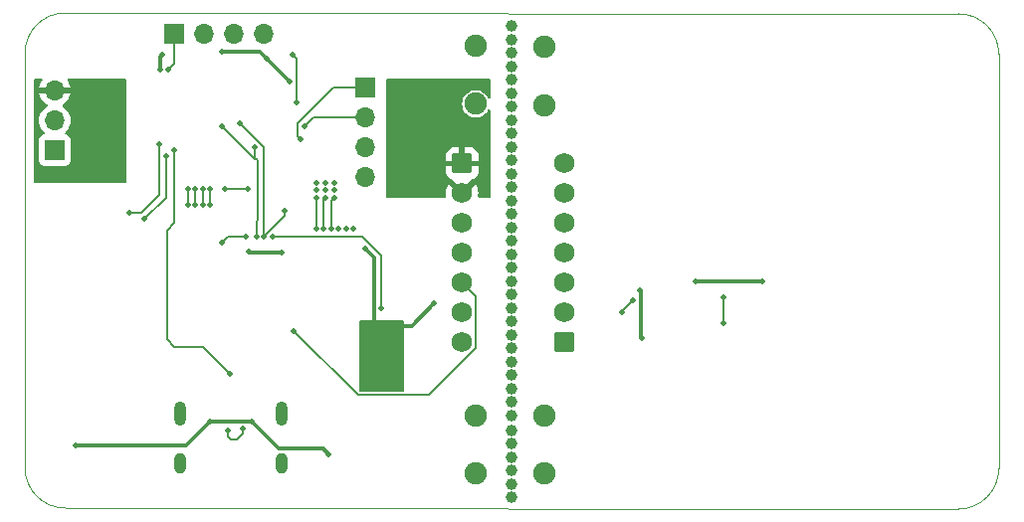
<source format=gbl>
%TF.GenerationSoftware,KiCad,Pcbnew,7.0.2-0*%
%TF.CreationDate,2024-06-08T13:48:43+08:00*%
%TF.ProjectId,angle_detect,616e676c-655f-4646-9574-6563742e6b69,rev?*%
%TF.SameCoordinates,Original*%
%TF.FileFunction,Copper,L2,Bot*%
%TF.FilePolarity,Positive*%
%FSLAX46Y46*%
G04 Gerber Fmt 4.6, Leading zero omitted, Abs format (unit mm)*
G04 Created by KiCad (PCBNEW 7.0.2-0) date 2024-06-08 13:48:43*
%MOMM*%
%LPD*%
G01*
G04 APERTURE LIST*
G04 Aperture macros list*
%AMRoundRect*
0 Rectangle with rounded corners*
0 $1 Rounding radius*
0 $2 $3 $4 $5 $6 $7 $8 $9 X,Y pos of 4 corners*
0 Add a 4 corners polygon primitive as box body*
4,1,4,$2,$3,$4,$5,$6,$7,$8,$9,$2,$3,0*
0 Add four circle primitives for the rounded corners*
1,1,$1+$1,$2,$3*
1,1,$1+$1,$4,$5*
1,1,$1+$1,$6,$7*
1,1,$1+$1,$8,$9*
0 Add four rect primitives between the rounded corners*
20,1,$1+$1,$2,$3,$4,$5,0*
20,1,$1+$1,$4,$5,$6,$7,0*
20,1,$1+$1,$6,$7,$8,$9,0*
20,1,$1+$1,$8,$9,$2,$3,0*%
G04 Aperture macros list end*
%TA.AperFunction,ComponentPad*%
%ADD10RoundRect,0.250000X-0.620000X0.620000X-0.620000X-0.620000X0.620000X-0.620000X0.620000X0.620000X0*%
%TD*%
%TA.AperFunction,ComponentPad*%
%ADD11C,1.740000*%
%TD*%
%TA.AperFunction,ComponentPad*%
%ADD12R,1.700000X1.700000*%
%TD*%
%TA.AperFunction,ComponentPad*%
%ADD13O,1.700000X1.700000*%
%TD*%
%TA.AperFunction,ComponentPad*%
%ADD14O,1.000000X2.100000*%
%TD*%
%TA.AperFunction,ComponentPad*%
%ADD15O,1.000000X1.800000*%
%TD*%
%TA.AperFunction,ComponentPad*%
%ADD16RoundRect,0.250000X0.620000X-0.620000X0.620000X0.620000X-0.620000X0.620000X-0.620000X-0.620000X0*%
%TD*%
%TA.AperFunction,ViaPad*%
%ADD17C,1.900000*%
%TD*%
%TA.AperFunction,ViaPad*%
%ADD18C,1.000000*%
%TD*%
%TA.AperFunction,ViaPad*%
%ADD19C,0.500000*%
%TD*%
%TA.AperFunction,Conductor*%
%ADD20C,0.200000*%
%TD*%
%TA.AperFunction,Conductor*%
%ADD21C,0.300000*%
%TD*%
%TA.AperFunction,Profile*%
%ADD22C,0.100000*%
%TD*%
G04 APERTURE END LIST*
D10*
%TO.P,J2,1,Pin_1*%
%TO.N,+3.3V*%
X86475000Y-141351000D03*
D11*
%TO.P,J2,2,Pin_2*%
X86475000Y-143891000D03*
%TO.P,J2,3,Pin_3*%
%TO.N,GND*%
X86475000Y-146431000D03*
%TO.P,J2,4,Pin_4*%
X86475000Y-148971000D03*
%TO.P,J2,5,Pin_5*%
%TO.N,/MPU_SDA*%
X86475000Y-151511000D03*
%TO.P,J2,6,Pin_6*%
%TO.N,/MPU_SCL*%
X86475000Y-154051000D03*
%TO.P,J2,7,Pin_7*%
%TO.N,/AD1*%
X86475000Y-156591000D03*
%TD*%
D12*
%TO.P,J4,1,Pin_1*%
%TO.N,/OLED_SDA*%
X78232000Y-134874000D03*
D13*
%TO.P,J4,2,Pin_2*%
%TO.N,/OLED_SCL*%
X78232000Y-137414000D03*
%TO.P,J4,3,Pin_3*%
%TO.N,+3.3V*%
X78232000Y-139954000D03*
%TO.P,J4,4,Pin_4*%
%TO.N,GND*%
X78232000Y-142494000D03*
%TD*%
D12*
%TO.P,J6,1,Pin_1*%
%TO.N,+3.3V*%
X51816000Y-140208000D03*
D13*
%TO.P,J6,2,Pin_2*%
%TO.N,/BOOT*%
X51816000Y-137668000D03*
%TO.P,J6,3,Pin_3*%
%TO.N,GND*%
X51816000Y-135128000D03*
%TD*%
D14*
%TO.P,J3,S1,SHIELD*%
%TO.N,GND*%
X62482000Y-162678000D03*
D15*
X62482000Y-166878000D03*
D14*
X71122000Y-162678000D03*
D15*
X71122000Y-166878000D03*
%TD*%
D12*
%TO.P,J5,1,Pin_1*%
%TO.N,GND*%
X61976000Y-130302000D03*
D13*
%TO.P,J5,2,Pin_2*%
%TO.N,+3.3V*%
X64516000Y-130302000D03*
%TO.P,J5,3,Pin_3*%
%TO.N,/SWCLK*%
X67056000Y-130302000D03*
%TO.P,J5,4,Pin_4*%
%TO.N,/SWDIO*%
X69596000Y-130302000D03*
%TD*%
D16*
%TO.P,J1,1,Pin_1*%
%TO.N,/AD1_B*%
X95123000Y-156591000D03*
D11*
%TO.P,J1,2,Pin_2*%
%TO.N,/MPU_SCL_B*%
X95123000Y-154051000D03*
%TO.P,J1,3,Pin_3*%
%TO.N,/MPU_SDA_B*%
X95123000Y-151511000D03*
%TO.P,J1,4,Pin_4*%
%TO.N,/GND_B*%
X95123000Y-148971000D03*
%TO.P,J1,5,Pin_5*%
X95123000Y-146431000D03*
%TO.P,J1,6,Pin_6*%
%TO.N,/3.3V_B*%
X95123000Y-143891000D03*
%TO.P,J1,7,Pin_7*%
X95123000Y-141351000D03*
%TD*%
D17*
%TO.N,*%
X87630000Y-167767000D03*
X93472000Y-167767000D03*
X93472000Y-162814000D03*
X87630000Y-162814000D03*
X93472000Y-136398000D03*
X93472000Y-131445000D03*
X87630000Y-136271000D03*
D18*
X90678000Y-155956000D03*
X90678000Y-137668000D03*
X90678000Y-130810000D03*
X90678000Y-166370000D03*
X90678000Y-167513000D03*
X90678000Y-162814000D03*
X90678000Y-141097000D03*
X90678000Y-150241000D03*
X90678000Y-160528000D03*
X90678000Y-129667000D03*
X90678000Y-134239000D03*
X90678000Y-169799000D03*
X90678000Y-158242000D03*
X90678000Y-152527000D03*
X90678000Y-149098000D03*
X90678000Y-142240000D03*
X90678000Y-147955000D03*
X90678000Y-151384000D03*
X90678000Y-136525000D03*
X90678000Y-133096000D03*
X90678000Y-153670000D03*
X90678000Y-154813000D03*
X90678000Y-138811000D03*
X90678000Y-131953000D03*
X90678000Y-144526000D03*
X90678000Y-135382000D03*
X90678000Y-159385000D03*
X90678000Y-157099000D03*
X90678000Y-168656000D03*
X90678000Y-161671000D03*
X90678000Y-143383000D03*
X90678000Y-139954000D03*
X90678000Y-164084000D03*
X90678000Y-145669000D03*
X90678000Y-165227000D03*
X90678000Y-146812000D03*
D19*
%TO.N,GND*%
X74041000Y-146939000D03*
X74803000Y-144272000D03*
X72390000Y-136144000D03*
X64389000Y-143510000D03*
X63754000Y-143510000D03*
X55753000Y-135001000D03*
X56388000Y-135001000D03*
X74676000Y-146939000D03*
X54483000Y-134366000D03*
X74041000Y-143637000D03*
X55118000Y-141859000D03*
X53848000Y-136906000D03*
X68072000Y-147574000D03*
X53848000Y-136271000D03*
X75565000Y-143637000D03*
X63754000Y-144907000D03*
X75946000Y-146939000D03*
X53848000Y-135636000D03*
X56141556Y-135882444D03*
X57023000Y-134366000D03*
X55118000Y-142494000D03*
X66040000Y-148082000D03*
X56388000Y-134366000D03*
X53848000Y-142494000D03*
D17*
%TO.N,*%
X87630000Y-131318000D03*
D19*
%TO.N,GND*%
X55618444Y-136913556D03*
X53848000Y-141859000D03*
X54483000Y-141224000D03*
X65024000Y-144907000D03*
X53848000Y-134366000D03*
X53848000Y-140589000D03*
X54483000Y-135636000D03*
X61468000Y-133350000D03*
X64389000Y-144907000D03*
X55118000Y-135001000D03*
X54483000Y-135001000D03*
X74041000Y-144272000D03*
X74803000Y-143002000D03*
X75565000Y-143002000D03*
X72085200Y-132081100D03*
X53848000Y-141224000D03*
X54483000Y-141859000D03*
X76581000Y-146939000D03*
X57023000Y-135001000D03*
X53848000Y-135001000D03*
X65024000Y-143510000D03*
X74041000Y-143002000D03*
X75565000Y-144272000D03*
X55118000Y-135636000D03*
X55753000Y-142494000D03*
X77216000Y-146939000D03*
X63119000Y-143510000D03*
X75311000Y-146939000D03*
X74803000Y-143637000D03*
X63119000Y-144907000D03*
X55118000Y-134366000D03*
X54483000Y-142494000D03*
X55753000Y-134366000D03*
%TO.N,+5V*%
X68580000Y-163322000D03*
X65024000Y-163322000D03*
X75131000Y-166116000D03*
X53594000Y-165354000D03*
%TO.N,+3.3V*%
X79883000Y-156718000D03*
X78994000Y-155956000D03*
X81534000Y-138430000D03*
X80772000Y-159766000D03*
X80772000Y-158242000D03*
X81534000Y-135382000D03*
X78994000Y-156718000D03*
X80772000Y-159004000D03*
X78994000Y-155194000D03*
X78105000Y-156718000D03*
X81534000Y-143002000D03*
X80772000Y-143764000D03*
X78232000Y-148590000D03*
X78994000Y-159004000D03*
X79883000Y-160528000D03*
X80772000Y-140716000D03*
X80772000Y-155194000D03*
X80772000Y-156718000D03*
X81534000Y-136906000D03*
X80772000Y-134620000D03*
X69850000Y-132461000D03*
X81534000Y-139192000D03*
X60960000Y-132038500D03*
X80772000Y-136144000D03*
X80772000Y-160528000D03*
X79883000Y-155956000D03*
X78105000Y-160528000D03*
X81534000Y-143764000D03*
X80772000Y-157480000D03*
X81534000Y-134620000D03*
X78105000Y-158242000D03*
X81534000Y-137668000D03*
X80772000Y-135382000D03*
X81534000Y-140716000D03*
X80772000Y-141478000D03*
X80772000Y-139192000D03*
X80772000Y-136906000D03*
X81534000Y-139954000D03*
X80772000Y-137668000D03*
X78105000Y-159766000D03*
X78994000Y-157480000D03*
X81534000Y-136144000D03*
X79883000Y-155194000D03*
X79883000Y-159766000D03*
X78994000Y-159766000D03*
X71120000Y-148971000D03*
X80772000Y-139954000D03*
X60768497Y-133350000D03*
X80772000Y-142240000D03*
X79883000Y-158242000D03*
X81534000Y-141478000D03*
X78994000Y-158242000D03*
X78105000Y-155194000D03*
X80772000Y-143002000D03*
X71755000Y-134366000D03*
X68326000Y-148844000D03*
X78105000Y-159004000D03*
X79883000Y-157480000D03*
X80772000Y-155956000D03*
X79883000Y-159004000D03*
X66040000Y-131826000D03*
X78105000Y-157480000D03*
X81534000Y-142240000D03*
X78105000Y-155956000D03*
X80772000Y-138430000D03*
X84074000Y-153289000D03*
X78994000Y-160528000D03*
%TO.N,NRST*%
X58166000Y-145583500D03*
X60706000Y-139700000D03*
%TO.N,/user_button*%
X61255500Y-140716000D03*
X59436000Y-146050000D03*
%TO.N,/rgb*%
X61976000Y-140208000D03*
X66675000Y-159258000D03*
%TO.N,/MPU_SCL_B*%
X101036056Y-152963944D03*
X100076000Y-154051000D03*
%TO.N,/MPU_SCL*%
X67564000Y-137922000D03*
X71374000Y-145373500D03*
X69596000Y-147574000D03*
%TO.N,/MPU_SDA*%
X66040000Y-138176000D03*
X68826444Y-139961556D03*
X72136000Y-155610500D03*
X68961000Y-147574000D03*
%TO.N,/AD0*%
X70358000Y-147574000D03*
X79593500Y-153670000D03*
%TO.N,/AD1*%
X68271000Y-143510000D03*
X66294000Y-143510000D03*
%TO.N,/D+*%
X67834923Y-163921500D03*
X66548000Y-164084000D03*
%TO.N,/GND_B*%
X112014000Y-151384000D03*
X106299000Y-151384000D03*
%TO.N,/OLED_SCL*%
X73025000Y-138176000D03*
%TO.N,/OLED_SDA*%
X72705645Y-139272466D03*
%TO.N,/3.3V_B*%
X101727000Y-156210000D03*
X108712000Y-152781000D03*
X101600000Y-152146000D03*
X108712000Y-154927500D03*
%TD*%
D20*
%TO.N,GND*%
X75311000Y-146939000D02*
X75311000Y-144526000D01*
X63754000Y-144907000D02*
X63754000Y-143510000D01*
X72390000Y-132385900D02*
X72085200Y-132081100D01*
X55618444Y-136405556D02*
X56141556Y-135882444D01*
X64389000Y-144907000D02*
X64389000Y-143510000D01*
X72390000Y-136144000D02*
X72390000Y-132385900D01*
X66548000Y-147574000D02*
X66040000Y-148082000D01*
X74676000Y-144399000D02*
X74803000Y-144272000D01*
X65024000Y-144907000D02*
X65024000Y-143510000D01*
X74676000Y-146939000D02*
X74676000Y-144399000D01*
X61976000Y-132842000D02*
X61468000Y-133350000D01*
X55618444Y-136913556D02*
X55618444Y-136405556D01*
X61976000Y-130302000D02*
X61976000Y-132842000D01*
X75311000Y-144526000D02*
X75565000Y-144272000D01*
X74041000Y-146939000D02*
X74041000Y-144272000D01*
X63119000Y-144907000D02*
X63119000Y-143510000D01*
X68072000Y-147574000D02*
X66548000Y-147574000D01*
D21*
%TO.N,+5V*%
X62992000Y-165354000D02*
X53594000Y-165354000D01*
X70886000Y-165628000D02*
X74643000Y-165628000D01*
X74643000Y-165628000D02*
X75131000Y-166116000D01*
X65024000Y-163322000D02*
X68580000Y-163322000D01*
X68580000Y-163322000D02*
X70886000Y-165628000D01*
X65024000Y-163322000D02*
X62992000Y-165354000D01*
%TO.N,+3.3V*%
X70612000Y-133223000D02*
X71755000Y-134366000D01*
X69215000Y-131826000D02*
X70612000Y-133223000D01*
X82169000Y-155194000D02*
X80772000Y-155194000D01*
X68453000Y-148971000D02*
X68326000Y-148844000D01*
X78994000Y-149352000D02*
X78232000Y-148590000D01*
X66040000Y-131826000D02*
X69215000Y-131826000D01*
X71120000Y-148971000D02*
X68453000Y-148971000D01*
X60768497Y-132230003D02*
X60768497Y-133350000D01*
X78994000Y-155194000D02*
X78994000Y-149352000D01*
X60960000Y-132038500D02*
X60768497Y-132230003D01*
X84074000Y-153289000D02*
X82169000Y-155194000D01*
D20*
%TO.N,NRST*%
X60706000Y-144018000D02*
X60706000Y-139700000D01*
X58166000Y-145583500D02*
X59140500Y-145583500D01*
X59140500Y-145583500D02*
X60706000Y-144018000D01*
%TO.N,/user_button*%
X61255500Y-144230500D02*
X61255500Y-140716000D01*
X59436000Y-146050000D02*
X61255500Y-144230500D01*
%TO.N,/rgb*%
X66675000Y-159258000D02*
X64389000Y-156972000D01*
X61976000Y-156972000D02*
X61341000Y-156337000D01*
X61976000Y-146431000D02*
X61976000Y-140208000D01*
X61341000Y-147066000D02*
X61976000Y-146431000D01*
X64389000Y-156972000D02*
X61976000Y-156972000D01*
X61341000Y-156337000D02*
X61341000Y-147066000D01*
%TO.N,/MPU_SCL_B*%
X100076000Y-154051000D02*
X100076000Y-153924000D01*
X100076000Y-153924000D02*
X101036056Y-152963944D01*
%TO.N,/MPU_SCL*%
X71374000Y-145780182D02*
X69596000Y-147558182D01*
X69596000Y-147574000D02*
X69596000Y-139954000D01*
X69596000Y-147558182D02*
X69596000Y-147574000D01*
X71374000Y-145373500D02*
X71374000Y-145780182D01*
X69596000Y-139954000D02*
X67564000Y-137922000D01*
%TO.N,/MPU_SDA*%
X68961000Y-146304000D02*
X68961000Y-147574000D01*
X68820500Y-140956500D02*
X68770500Y-140906500D01*
X68826444Y-140850556D02*
X68770500Y-140906500D01*
X69088000Y-146177000D02*
X68961000Y-146304000D01*
X69088000Y-141097000D02*
X69088000Y-146177000D01*
X87645000Y-152681000D02*
X86475000Y-151511000D01*
X68826444Y-140850556D02*
X68841556Y-140850556D01*
X72136000Y-155610500D02*
X77603500Y-161078000D01*
X83642630Y-161078000D02*
X87645000Y-157075630D01*
X68770500Y-140906500D02*
X66040000Y-138176000D01*
X68826444Y-139961556D02*
X68826444Y-140850556D01*
X77603500Y-161078000D02*
X83642630Y-161078000D01*
X68841556Y-140850556D02*
X69088000Y-141097000D01*
X87645000Y-157075630D02*
X87645000Y-152681000D01*
%TO.N,/AD0*%
X77993818Y-147574000D02*
X79593500Y-149173682D01*
X77470000Y-147574000D02*
X77993818Y-147574000D01*
X70358000Y-147574000D02*
X77470000Y-147574000D01*
X79593500Y-149173682D02*
X79593500Y-153670000D01*
%TO.N,/AD1*%
X66294000Y-143510000D02*
X68271000Y-143510000D01*
%TO.N,/D+*%
X66548000Y-164084000D02*
X66548000Y-164592000D01*
X67310000Y-164846000D02*
X67834923Y-164321077D01*
X66802000Y-164846000D02*
X67310000Y-164846000D01*
X66548000Y-164592000D02*
X66802000Y-164846000D01*
X67834923Y-164321077D02*
X67834923Y-163921500D01*
D21*
%TO.N,/GND_B*%
X106299000Y-151384000D02*
X112014000Y-151384000D01*
D20*
%TO.N,/OLED_SCL*%
X73787000Y-137414000D02*
X78232000Y-137414000D01*
X73025000Y-138176000D02*
X73787000Y-137414000D01*
%TO.N,/OLED_SDA*%
X72705645Y-139272466D02*
X72475000Y-139041821D01*
X72475000Y-139041821D02*
X72475000Y-137948182D01*
X72475000Y-137948182D02*
X75549182Y-134874000D01*
X75549182Y-134874000D02*
X78232000Y-134874000D01*
%TO.N,/3.3V_B*%
X108712000Y-152781000D02*
X108712000Y-154927500D01*
D21*
X101636056Y-156119056D02*
X101727000Y-156210000D01*
X101600000Y-152146000D02*
X101636056Y-152182056D01*
X101636056Y-152182056D02*
X101636056Y-156119056D01*
%TD*%
%TA.AperFunction,Conductor*%
%TO.N,+3.3V*%
G36*
X81477039Y-154705685D02*
G01*
X81522794Y-154758489D01*
X81534000Y-154810000D01*
X81534000Y-160653500D01*
X81514315Y-160720539D01*
X81461511Y-160766294D01*
X81410000Y-160777500D01*
X77848000Y-160777500D01*
X77780961Y-160757815D01*
X77735206Y-160705011D01*
X77724000Y-160653500D01*
X77724000Y-154810000D01*
X77743685Y-154742961D01*
X77796489Y-154697206D01*
X77848000Y-154686000D01*
X81410000Y-154686000D01*
X81477039Y-154705685D01*
G37*
%TD.AperFunction*%
%TD*%
%TA.AperFunction,Conductor*%
%TO.N,+3.3V*%
G36*
X88843039Y-134131685D02*
G01*
X88888794Y-134184489D01*
X88900000Y-134236000D01*
X88900000Y-135713176D01*
X88880315Y-135780215D01*
X88827511Y-135825970D01*
X88758353Y-135835914D01*
X88694797Y-135806889D01*
X88665000Y-135768447D01*
X88612368Y-135662747D01*
X88483873Y-135492594D01*
X88326301Y-135348947D01*
X88145017Y-135236701D01*
X87946198Y-135159679D01*
X87946197Y-135159679D01*
X87736610Y-135120500D01*
X87523390Y-135120500D01*
X87383664Y-135146619D01*
X87313801Y-135159679D01*
X87114982Y-135236701D01*
X86933698Y-135348947D01*
X86776126Y-135492594D01*
X86647631Y-135662747D01*
X86552595Y-135853609D01*
X86494243Y-136058689D01*
X86474571Y-136270999D01*
X86494243Y-136483310D01*
X86552595Y-136688390D01*
X86647631Y-136879252D01*
X86776126Y-137049405D01*
X86776128Y-137049407D01*
X86933698Y-137193052D01*
X87114981Y-137305298D01*
X87313802Y-137382321D01*
X87523390Y-137421500D01*
X87523392Y-137421500D01*
X87736608Y-137421500D01*
X87736610Y-137421500D01*
X87946198Y-137382321D01*
X88145019Y-137305298D01*
X88326302Y-137193052D01*
X88483872Y-137049407D01*
X88612366Y-136879255D01*
X88612366Y-136879253D01*
X88612368Y-136879252D01*
X88665000Y-136773552D01*
X88712502Y-136722315D01*
X88780165Y-136704893D01*
X88846505Y-136726818D01*
X88890461Y-136781129D01*
X88900000Y-136828823D01*
X88900000Y-144148000D01*
X88880315Y-144215039D01*
X88827511Y-144260794D01*
X88776000Y-144272000D01*
X87951078Y-144272000D01*
X87884039Y-144252315D01*
X87838284Y-144199511D01*
X87828340Y-144130353D01*
X87830871Y-144117564D01*
X87830946Y-144117265D01*
X87849695Y-143890999D01*
X87830946Y-143664737D01*
X87775209Y-143444635D01*
X87684006Y-143236715D01*
X87604511Y-143115039D01*
X86996700Y-143722850D01*
X86993360Y-143706775D01*
X86924435Y-143573754D01*
X86822177Y-143464263D01*
X86694170Y-143386420D01*
X86640941Y-143371506D01*
X87269388Y-142743057D01*
X87270724Y-142737183D01*
X87320591Y-142688243D01*
X87339991Y-142679922D01*
X87414121Y-142655357D01*
X87563345Y-142563316D01*
X87687316Y-142439345D01*
X87779357Y-142290122D01*
X87834506Y-142123696D01*
X87844680Y-142024109D01*
X87845000Y-142017831D01*
X87845000Y-141601000D01*
X86964546Y-141601000D01*
X87013618Y-141462926D01*
X87023842Y-141313458D01*
X86993360Y-141166775D01*
X86959279Y-141101000D01*
X87844999Y-141101000D01*
X87844999Y-140684170D01*
X87844678Y-140677888D01*
X87834506Y-140578304D01*
X87779357Y-140411877D01*
X87687316Y-140262654D01*
X87563345Y-140138683D01*
X87414122Y-140046642D01*
X87247696Y-139991493D01*
X87148109Y-139981319D01*
X87141832Y-139981000D01*
X86725000Y-139981000D01*
X86725000Y-140865168D01*
X86694170Y-140846420D01*
X86549909Y-140806000D01*
X86437720Y-140806000D01*
X86326578Y-140821276D01*
X86225000Y-140865397D01*
X86225000Y-139981000D01*
X85808171Y-139981000D01*
X85801888Y-139981321D01*
X85702304Y-139991493D01*
X85535877Y-140046642D01*
X85386654Y-140138683D01*
X85262683Y-140262654D01*
X85170642Y-140411877D01*
X85115493Y-140578303D01*
X85105319Y-140677890D01*
X85105000Y-140684168D01*
X85105000Y-141101000D01*
X85985454Y-141101000D01*
X85936382Y-141239074D01*
X85926158Y-141388542D01*
X85956640Y-141535225D01*
X85990721Y-141601000D01*
X85105001Y-141601000D01*
X85105001Y-142017829D01*
X85105321Y-142024111D01*
X85115493Y-142123695D01*
X85170642Y-142290122D01*
X85262683Y-142439345D01*
X85386654Y-142563316D01*
X85535877Y-142655357D01*
X85610007Y-142679922D01*
X85667452Y-142719695D01*
X85674714Y-142737162D01*
X86307231Y-143369679D01*
X86189164Y-143420963D01*
X86072950Y-143515511D01*
X85986553Y-143637907D01*
X85955559Y-143725112D01*
X85345487Y-143115040D01*
X85265990Y-143236719D01*
X85174791Y-143444634D01*
X85119053Y-143664737D01*
X85100304Y-143891000D01*
X85119053Y-144117265D01*
X85119129Y-144117564D01*
X85119113Y-144117986D01*
X85119902Y-144127507D01*
X85118751Y-144127602D01*
X85116501Y-144187385D01*
X85076543Y-144244701D01*
X85011941Y-144271315D01*
X84998922Y-144272000D01*
X82042000Y-144272000D01*
X80134000Y-144272000D01*
X80066961Y-144252315D01*
X80021206Y-144199511D01*
X80010000Y-144148000D01*
X80010000Y-134236000D01*
X80029685Y-134168961D01*
X80082489Y-134123206D01*
X80134000Y-134112000D01*
X88776000Y-134112000D01*
X88843039Y-134131685D01*
G37*
%TD.AperFunction*%
%TD*%
%TA.AperFunction,Conductor*%
%TO.N,GND*%
G36*
X50708203Y-134131685D02*
G01*
X50753958Y-134184489D01*
X50763902Y-134253647D01*
X50742739Y-134307123D01*
X50642400Y-134450421D01*
X50542569Y-134664507D01*
X50485364Y-134877999D01*
X50485364Y-134878000D01*
X51382314Y-134878000D01*
X51356507Y-134918156D01*
X51316000Y-135056111D01*
X51316000Y-135199889D01*
X51356507Y-135337844D01*
X51382314Y-135378000D01*
X50485364Y-135378000D01*
X50542569Y-135591492D01*
X50642399Y-135805576D01*
X50777893Y-135999081D01*
X50944918Y-136166106D01*
X51130595Y-136296119D01*
X51174219Y-136350696D01*
X51181412Y-136420195D01*
X51149890Y-136482549D01*
X51130595Y-136499269D01*
X50944595Y-136629508D01*
X50777505Y-136796598D01*
X50641965Y-136990170D01*
X50542097Y-137204336D01*
X50480936Y-137432592D01*
X50460340Y-137667999D01*
X50480936Y-137903407D01*
X50525709Y-138070502D01*
X50542097Y-138131663D01*
X50641965Y-138345830D01*
X50777505Y-138539401D01*
X50777508Y-138539404D01*
X50899430Y-138661326D01*
X50932915Y-138722649D01*
X50927931Y-138792341D01*
X50886059Y-138848274D01*
X50855083Y-138865189D01*
X50723669Y-138914204D01*
X50608454Y-139000454D01*
X50522204Y-139115668D01*
X50471910Y-139250515D01*
X50471909Y-139250517D01*
X50465500Y-139310127D01*
X50465500Y-139313448D01*
X50465500Y-139313449D01*
X50465500Y-141102560D01*
X50465500Y-141102578D01*
X50465501Y-141105872D01*
X50471909Y-141165483D01*
X50522204Y-141300331D01*
X50608454Y-141415546D01*
X50723669Y-141501796D01*
X50858517Y-141552091D01*
X50918127Y-141558500D01*
X52713872Y-141558499D01*
X52773483Y-141552091D01*
X52908331Y-141501796D01*
X53023546Y-141415546D01*
X53109796Y-141300331D01*
X53160091Y-141165483D01*
X53166500Y-141105873D01*
X53166499Y-139310128D01*
X53160091Y-139250517D01*
X53109796Y-139115669D01*
X53023546Y-139000454D01*
X52908331Y-138914204D01*
X52846898Y-138891291D01*
X52776916Y-138865189D01*
X52720983Y-138823317D01*
X52696566Y-138757853D01*
X52711418Y-138689580D01*
X52732563Y-138661332D01*
X52854495Y-138539401D01*
X52990035Y-138345830D01*
X53089903Y-138131663D01*
X53151063Y-137903408D01*
X53171659Y-137668000D01*
X53151063Y-137432592D01*
X53089903Y-137204337D01*
X52990035Y-136990171D01*
X52854495Y-136796599D01*
X52687401Y-136629505D01*
X52501402Y-136499267D01*
X52457780Y-136444692D01*
X52450587Y-136375193D01*
X52482109Y-136312839D01*
X52501405Y-136296119D01*
X52687078Y-136166109D01*
X52854106Y-135999081D01*
X52989600Y-135805576D01*
X53089430Y-135591492D01*
X53146636Y-135378000D01*
X52249686Y-135378000D01*
X52275493Y-135337844D01*
X52316000Y-135199889D01*
X52316000Y-135056111D01*
X52275493Y-134918156D01*
X52249686Y-134878000D01*
X53146636Y-134878000D01*
X53146635Y-134877999D01*
X53089430Y-134664507D01*
X52989599Y-134450421D01*
X52889261Y-134307123D01*
X52866934Y-134240917D01*
X52883944Y-134173150D01*
X52934892Y-134125337D01*
X52990836Y-134112000D01*
X57788000Y-134112000D01*
X57855039Y-134131685D01*
X57900794Y-134184489D01*
X57912000Y-134236000D01*
X57912000Y-142878000D01*
X57892315Y-142945039D01*
X57839511Y-142990794D01*
X57788000Y-143002000D01*
X50162000Y-143002000D01*
X50094961Y-142982315D01*
X50049206Y-142929511D01*
X50038000Y-142878000D01*
X50038000Y-134236000D01*
X50057685Y-134168961D01*
X50110489Y-134123206D01*
X50162000Y-134112000D01*
X50641164Y-134112000D01*
X50708203Y-134131685D01*
G37*
%TD.AperFunction*%
%TD*%
D22*
X49276000Y-167259000D02*
G75*
G03*
X52705000Y-170688000I3429000J0D01*
G01*
X128701800Y-170764200D02*
G75*
G03*
X132130800Y-167335200I0J3429000D01*
G01*
X52705000Y-128524000D02*
X128701800Y-128600200D01*
X49276000Y-167259000D02*
X49276000Y-131953000D01*
X132130800Y-132029200D02*
X132130800Y-167335200D01*
X52705000Y-128524000D02*
G75*
G03*
X49276000Y-131953000I0J-3429000D01*
G01*
X128701800Y-170764200D02*
X52705000Y-170688000D01*
X132130800Y-132029200D02*
G75*
G03*
X128701800Y-128600200I-3429000J0D01*
G01*
M02*

</source>
